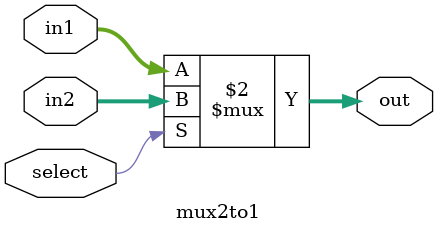
<source format=v>
module mux2to1(in1, in2, select, out);

input [31:0]in1;
input [31:0]in2;
input select;
output wire [31:0]out;

assign out = select==0?in1:in2;

endmodule
</source>
